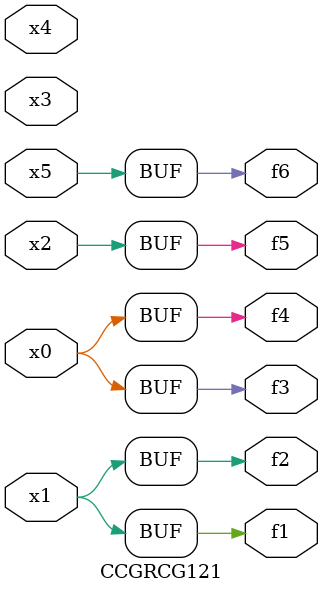
<source format=v>
module CCGRCG121(
	input x0, x1, x2, x3, x4, x5,
	output f1, f2, f3, f4, f5, f6
);
	assign f1 = x1;
	assign f2 = x1;
	assign f3 = x0;
	assign f4 = x0;
	assign f5 = x2;
	assign f6 = x5;
endmodule

</source>
